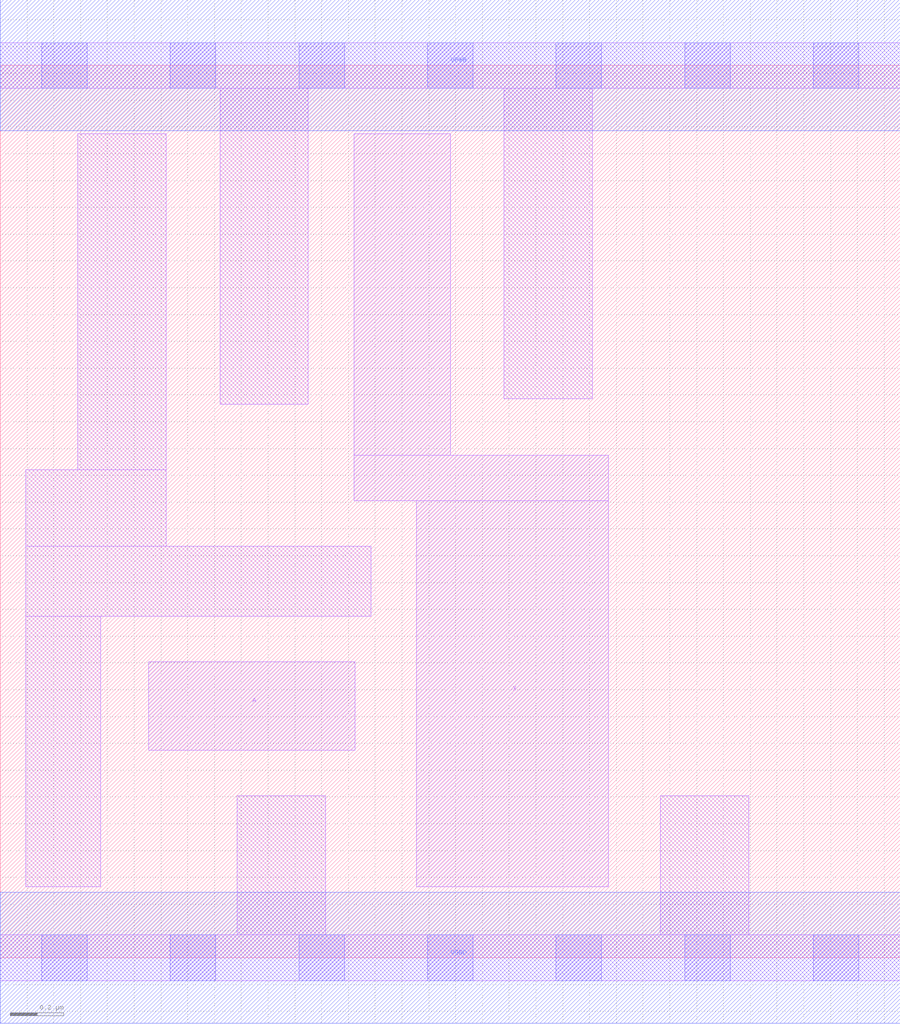
<source format=lef>
# Copyright 2020 The SkyWater PDK Authors
#
# Licensed under the Apache License, Version 2.0 (the "License");
# you may not use this file except in compliance with the License.
# You may obtain a copy of the License at
#
#     https://www.apache.org/licenses/LICENSE-2.0
#
# Unless required by applicable law or agreed to in writing, software
# distributed under the License is distributed on an "AS IS" BASIS,
# WITHOUT WARRANTIES OR CONDITIONS OF ANY KIND, either express or implied.
# See the License for the specific language governing permissions and
# limitations under the License.
#
# SPDX-License-Identifier: Apache-2.0

VERSION 5.7 ;
  NAMESCASESENSITIVE ON ;
  NOWIREEXTENSIONATPIN ON ;
  DIVIDERCHAR "/" ;
  BUSBITCHARS "[]" ;
UNITS
  DATABASE MICRONS 200 ;
END UNITS
MACRO sky130_fd_sc_lp__clkbuflp_2
  CLASS CORE ;
  SOURCE USER ;
  FOREIGN sky130_fd_sc_lp__clkbuflp_2 ;
  ORIGIN  0.000000  0.000000 ;
  SIZE  3.360000 BY  3.330000 ;
  SYMMETRY X Y R90 ;
  SITE unit ;
  PIN A
    ANTENNAGATEAREA  0.376000 ;
    DIRECTION INPUT ;
    USE SIGNAL ;
    PORT
      LAYER li1 ;
        RECT 0.555000 0.775000 1.325000 1.105000 ;
    END
  END A
  PIN X
    ANTENNADIFFAREA  0.397600 ;
    DIRECTION OUTPUT ;
    USE SIGNAL ;
    PORT
      LAYER li1 ;
        RECT 1.320000 1.705000 2.270000 1.875000 ;
        RECT 1.320000 1.875000 1.680000 3.075000 ;
        RECT 1.555000 0.265000 2.270000 1.705000 ;
    END
  END X
  PIN VGND
    DIRECTION INOUT ;
    USE GROUND ;
    PORT
      LAYER met1 ;
        RECT 0.000000 -0.245000 3.360000 0.245000 ;
    END
  END VGND
  PIN VPWR
    DIRECTION INOUT ;
    USE POWER ;
    PORT
      LAYER met1 ;
        RECT 0.000000 3.085000 3.360000 3.575000 ;
    END
  END VPWR
  OBS
    LAYER li1 ;
      RECT 0.000000 -0.085000 3.360000 0.085000 ;
      RECT 0.000000  3.245000 3.360000 3.415000 ;
      RECT 0.095000  0.265000 0.375000 1.275000 ;
      RECT 0.095000  1.275000 1.385000 1.535000 ;
      RECT 0.095000  1.535000 0.620000 1.820000 ;
      RECT 0.290000  1.820000 0.620000 3.075000 ;
      RECT 0.820000  2.065000 1.150000 3.245000 ;
      RECT 0.885000  0.085000 1.215000 0.605000 ;
      RECT 1.880000  2.085000 2.210000 3.245000 ;
      RECT 2.465000  0.085000 2.795000 0.605000 ;
    LAYER mcon ;
      RECT 0.155000 -0.085000 0.325000 0.085000 ;
      RECT 0.155000  3.245000 0.325000 3.415000 ;
      RECT 0.635000 -0.085000 0.805000 0.085000 ;
      RECT 0.635000  3.245000 0.805000 3.415000 ;
      RECT 1.115000 -0.085000 1.285000 0.085000 ;
      RECT 1.115000  3.245000 1.285000 3.415000 ;
      RECT 1.595000 -0.085000 1.765000 0.085000 ;
      RECT 1.595000  3.245000 1.765000 3.415000 ;
      RECT 2.075000 -0.085000 2.245000 0.085000 ;
      RECT 2.075000  3.245000 2.245000 3.415000 ;
      RECT 2.555000 -0.085000 2.725000 0.085000 ;
      RECT 2.555000  3.245000 2.725000 3.415000 ;
      RECT 3.035000 -0.085000 3.205000 0.085000 ;
      RECT 3.035000  3.245000 3.205000 3.415000 ;
  END
END sky130_fd_sc_lp__clkbuflp_2
END LIBRARY

</source>
